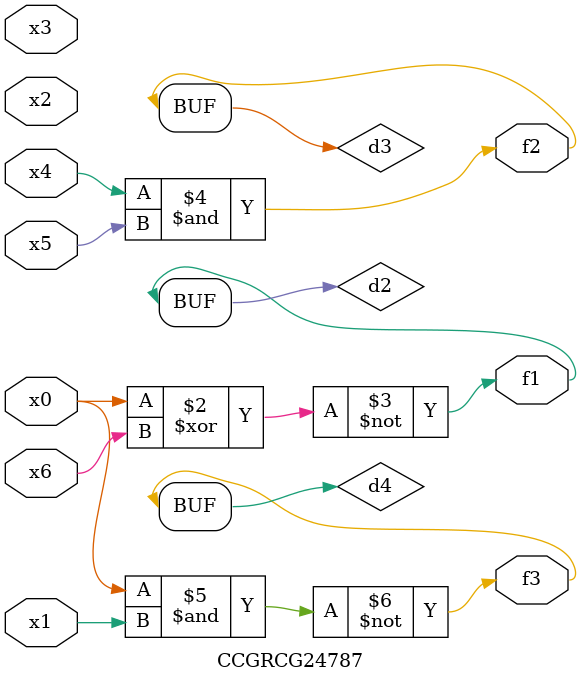
<source format=v>
module CCGRCG24787(
	input x0, x1, x2, x3, x4, x5, x6,
	output f1, f2, f3
);

	wire d1, d2, d3, d4;

	nor (d1, x0);
	xnor (d2, x0, x6);
	and (d3, x4, x5);
	nand (d4, x0, x1);
	assign f1 = d2;
	assign f2 = d3;
	assign f3 = d4;
endmodule

</source>
